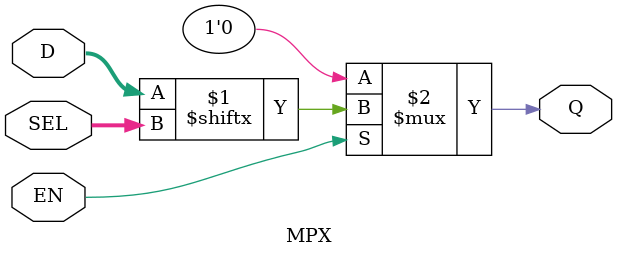
<source format=v>

module MPX(EN,SEL,D,Q);
// EN   --> Enable
// SEL --> Nsel-bit address for output selection
// D    --> input N-bit vector
// Q    --> selected output 
parameter N = 2; // number of inputs
parameter Nsel = 8; // number of selection bits
input EN;
input [Nsel-1:0] SEL;
input [N-1:0] D;

output Q;

assign Q = (EN) ? D[SEL] : 1'b0;

endmodule
</source>
